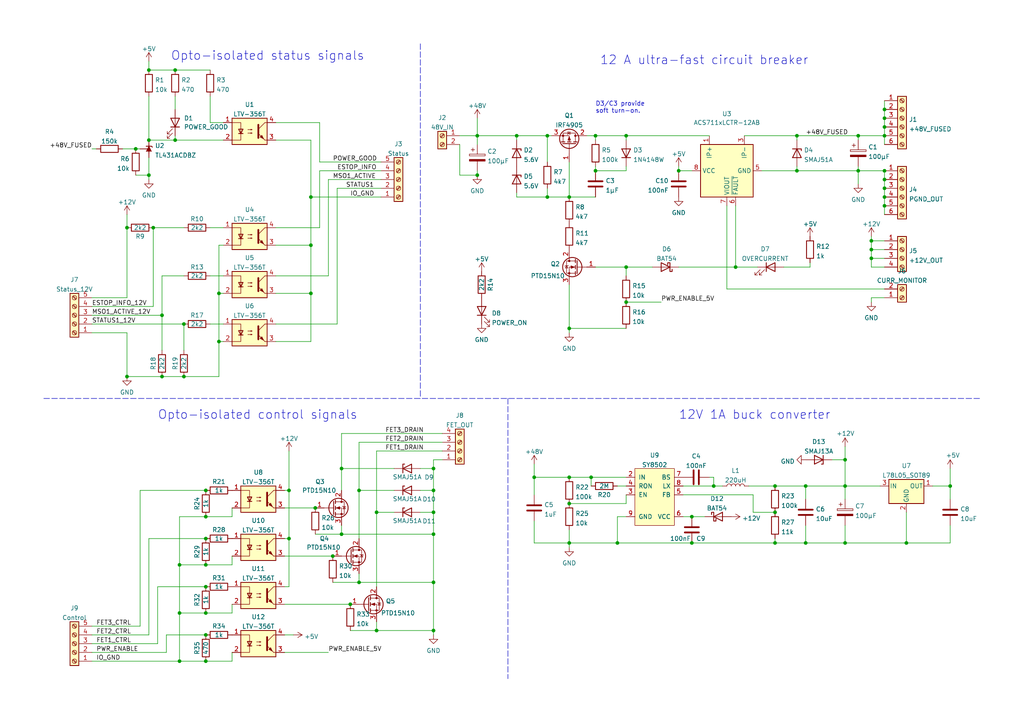
<source format=kicad_sch>
(kicad_sch (version 20211123) (generator eeschema)
  (paper "A4")
  (title_block (title "CNC2 power control board") (date "2022-01-15") (rev "1") (company "Hacklab Jyväskylä ry / Petteri Aimonen"))
  (junction (at 252.73 69.85))
  (junction (at 165.1 146.05))
  (junction (at 90.17 57.15))
  (junction (at 262.89 157.48))
  (junction (at 179.07 157.48))
  (junction (at 245.11 133.35))
  (junction (at 138.43 39.37))
  (junction (at 83.82 142.24))
  (junction (at 46.99 91.44))
  (junction (at 109.22 182.88))
  (junction (at 171.45 138.43))
  (junction (at 39.37 43.18))
  (junction (at 200.66 157.48))
  (junction (at 43.18 50.8))
  (junction (at 172.72 39.37))
  (junction (at 52.07 191.77))
  (junction (at 43.18 20.32))
  (junction (at 63.5 99.06))
  (junction (at 50.8 40.64))
  (junction (at 181.61 87.63))
  (junction (at 149.86 39.37))
  (junction (at 154.94 138.43))
  (junction (at 248.92 49.53))
  (junction (at 224.79 148.59))
  (junction (at 224.79 157.48))
  (junction (at 165.1 57.15))
  (junction (at 252.73 74.93))
  (junction (at 44.45 66.04))
  (junction (at 63.5 85.09))
  (junction (at 165.1 138.43))
  (junction (at 125.73 148.59))
  (junction (at 99.06 135.89))
  (junction (at 52.07 163.83))
  (junction (at 245.11 157.48))
  (junction (at 59.69 170.18))
  (junction (at 256.54 49.53))
  (junction (at 50.8 20.32))
  (junction (at 256.54 36.83))
  (junction (at 36.83 66.04))
  (junction (at 59.69 191.77))
  (junction (at 99.06 154.94))
  (junction (at 59.69 142.24))
  (junction (at 158.75 57.15))
  (junction (at 91.44 147.32))
  (junction (at 96.52 161.29))
  (junction (at 90.17 71.12))
  (junction (at 231.14 39.37))
  (junction (at 36.83 109.22))
  (junction (at 158.75 39.37))
  (junction (at 46.99 109.22))
  (junction (at 59.69 184.15))
  (junction (at 213.36 77.47))
  (junction (at 125.73 168.91))
  (junction (at 231.14 49.53))
  (junction (at 172.72 49.53))
  (junction (at 138.43 50.8))
  (junction (at 90.17 85.09))
  (junction (at 101.6 175.26))
  (junction (at 196.85 49.53))
  (junction (at 52.07 177.8))
  (junction (at 256.54 31.75))
  (junction (at 224.79 140.97))
  (junction (at 53.34 109.22))
  (junction (at 125.73 182.88))
  (junction (at 59.69 163.83))
  (junction (at 59.69 156.21))
  (junction (at 53.34 93.98))
  (junction (at 245.11 140.97))
  (junction (at 125.73 142.24))
  (junction (at 104.14 142.24))
  (junction (at 109.22 148.59))
  (junction (at 165.1 157.48))
  (junction (at 104.14 168.91))
  (junction (at 181.61 39.37))
  (junction (at 256.54 52.07))
  (junction (at 43.18 40.64))
  (junction (at 207.01 140.97))
  (junction (at 252.73 72.39))
  (junction (at 125.73 135.89))
  (junction (at 256.54 54.61))
  (junction (at 181.61 77.47))
  (junction (at 256.54 57.15))
  (junction (at 59.69 177.8))
  (junction (at 83.82 156.21))
  (junction (at 233.68 140.97))
  (junction (at 256.54 39.37))
  (junction (at 125.73 154.94))
  (junction (at 256.54 59.69))
  (junction (at 256.54 34.29))
  (junction (at 233.68 157.48))
  (junction (at 59.69 149.86))
  (junction (at 200.66 149.86))
  (junction (at 248.92 39.37))
  (junction (at 275.59 140.97))
  (junction (at 165.1 95.25))
  (wire (pts (xy 234.95 77.47) (xy 227.33 77.47)))
  (wire (pts (xy 234.95 76.2) (xy 234.95 77.47)))
  (wire (pts (xy 67.31 147.32) (xy 67.31 149.86)))
  (wire (pts (xy 67.31 149.86) (xy 59.69 149.86)))
  (wire (pts (xy 67.31 191.77) (xy 59.69 191.77)))
  (wire (pts (xy 125.73 184.15) (xy 125.73 182.88)))
  (wire (pts (xy 125.73 182.88) (xy 125.73 168.91)))
  (wire (pts (xy 125.73 168.91) (xy 125.73 154.94)))
  (wire (pts (xy 125.73 154.94) (xy 99.06 154.94)))
  (wire (pts (xy 36.83 96.52) (xy 36.83 109.22)))
  (wire (pts (xy 26.67 96.52) (xy 36.83 96.52)))
  (polyline (pts (xy 121.92 12.7) (xy 121.92 115.57)))
  (wire (pts (xy 172.72 48.26) (xy 172.72 49.53)))
  (wire (pts (xy 125.73 148.59) (xy 125.73 154.94)))
  (wire (pts (xy 125.73 142.24) (xy 125.73 148.59)))
  (wire (pts (xy 128.27 133.35) (xy 125.73 133.35)))
  (wire (pts (xy 125.73 133.35) (xy 125.73 135.89)))
  (wire (pts (xy 125.73 135.89) (xy 125.73 142.24)))
  (wire (pts (xy 26.67 91.44) (xy 46.99 91.44)))
  (wire (pts (xy 83.82 130.81) (xy 83.82 142.24)))
  (wire (pts (xy 83.82 142.24) (xy 82.55 142.24)))
  (wire (pts (xy 275.59 140.97) (xy 270.51 140.97)))
  (wire (pts (xy 275.59 144.78) (xy 275.59 140.97)))
  (wire (pts (xy 53.34 93.98) (xy 53.34 101.6)))
  (wire (pts (xy 46.99 80.01) (xy 53.34 80.01)))
  (wire (pts (xy 46.99 91.44) (xy 46.99 80.01)))
  (wire (pts (xy 46.99 101.6) (xy 46.99 91.44)))
  (wire (pts (xy 217.17 140.97) (xy 224.79 140.97)))
  (wire (pts (xy 256.54 54.61) (xy 256.54 57.15)))
  (wire (pts (xy 256.54 52.07) (xy 256.54 54.61)))
  (wire (pts (xy 256.54 49.53) (xy 256.54 52.07)))
  (wire (pts (xy 256.54 57.15) (xy 256.54 59.69)))
  (wire (pts (xy 256.54 59.69) (xy 256.54 62.23)))
  (wire (pts (xy 231.14 49.53) (xy 248.92 49.53)))
  (wire (pts (xy 248.92 49.53) (xy 256.54 49.53)))
  (wire (pts (xy 220.98 49.53) (xy 231.14 49.53)))
  (wire (pts (xy 60.96 93.98) (xy 64.77 93.98)))
  (wire (pts (xy 36.83 109.22) (xy 46.99 109.22)))
  (wire (pts (xy 241.3 133.35) (xy 245.11 133.35)))
  (wire (pts (xy 39.37 50.8) (xy 43.18 50.8)))
  (wire (pts (xy 63.5 85.09) (xy 64.77 85.09)))
  (wire (pts (xy 172.72 49.53) (xy 181.61 49.53)))
  (wire (pts (xy 181.61 49.53) (xy 181.61 48.26)))
  (wire (pts (xy 231.14 48.26) (xy 231.14 49.53)))
  (wire (pts (xy 109.22 170.18) (xy 109.22 148.59)))
  (wire (pts (xy 109.22 148.59) (xy 109.22 130.81)))
  (wire (pts (xy 109.22 130.81) (xy 128.27 130.81)))
  (wire (pts (xy 59.69 191.77) (xy 52.07 191.77)))
  (wire (pts (xy 233.68 157.48) (xy 245.11 157.48)))
  (wire (pts (xy 138.43 49.53) (xy 138.43 50.8)))
  (wire (pts (xy 207.01 140.97) (xy 209.55 140.97)))
  (polyline (pts (xy 147.32 115.57) (xy 147.32 196.85)))
  (wire (pts (xy 99.06 152.4) (xy 99.06 154.94)))
  (wire (pts (xy 96.52 168.91) (xy 104.14 168.91)))
  (wire (pts (xy 101.6 182.88) (xy 109.22 182.88)))
  (wire (pts (xy 245.11 157.48) (xy 245.11 152.4)))
  (wire (pts (xy 90.17 57.15) (xy 90.17 71.12)))
  (wire (pts (xy 90.17 71.12) (xy 90.17 85.09)))
  (wire (pts (xy 90.17 85.09) (xy 90.17 99.06)))
  (wire (pts (xy 90.17 99.06) (xy 80.01 99.06)))
  (wire (pts (xy 154.94 138.43) (xy 165.1 138.43)))
  (wire (pts (xy 165.1 138.43) (xy 171.45 138.43)))
  (wire (pts (xy 171.45 138.43) (xy 181.61 138.43)))
  (wire (pts (xy 181.61 77.47) (xy 189.23 77.47)))
  (wire (pts (xy 50.8 31.75) (xy 50.8 27.94)))
  (wire (pts (xy 154.94 138.43) (xy 154.94 143.51)))
  (wire (pts (xy 154.94 134.62) (xy 154.94 138.43)))
  (wire (pts (xy 104.14 168.91) (xy 125.73 168.91)))
  (wire (pts (xy 133.35 50.8) (xy 138.43 50.8)))
  (wire (pts (xy 133.35 41.91) (xy 133.35 50.8)))
  (wire (pts (xy 44.45 88.9) (xy 44.45 66.04)))
  (wire (pts (xy 26.67 88.9) (xy 44.45 88.9)))
  (wire (pts (xy 97.79 54.61) (xy 110.49 54.61)))
  (wire (pts (xy 97.79 93.98) (xy 97.79 54.61)))
  (wire (pts (xy 80.01 93.98) (xy 97.79 93.98)))
  (wire (pts (xy 252.73 72.39) (xy 256.54 72.39)))
  (wire (pts (xy 109.22 180.34) (xy 109.22 182.88)))
  (wire (pts (xy 158.75 57.15) (xy 158.75 54.61)))
  (wire (pts (xy 165.1 57.15) (xy 158.75 57.15)))
  (wire (pts (xy 82.55 161.29) (xy 96.52 161.29)))
  (wire (pts (xy 63.5 71.12) (xy 63.5 85.09)))
  (wire (pts (xy 63.5 85.09) (xy 63.5 99.06)))
  (wire (pts (xy 63.5 99.06) (xy 63.5 109.22)))
  (wire (pts (xy 63.5 109.22) (xy 53.34 109.22)))
  (wire (pts (xy 53.34 109.22) (xy 46.99 109.22)))
  (wire (pts (xy 170.18 39.37) (xy 172.72 39.37)))
  (wire (pts (xy 181.61 39.37) (xy 205.74 39.37)))
  (wire (pts (xy 172.72 39.37) (xy 181.61 39.37)))
  (wire (pts (xy 252.73 69.85) (xy 256.54 69.85)))
  (wire (pts (xy 63.5 71.12) (xy 64.77 71.12)))
  (wire (pts (xy 233.68 140.97) (xy 233.68 144.78)))
  (wire (pts (xy 82.55 184.15) (xy 85.09 184.15)))
  (wire (pts (xy 210.82 83.82) (xy 210.82 59.69)))
  (wire (pts (xy 256.54 83.82) (xy 210.82 83.82)))
  (wire (pts (xy 50.8 20.32) (xy 60.96 20.32)))
  (wire (pts (xy 200.66 157.48) (xy 224.79 157.48)))
  (wire (pts (xy 224.79 157.48) (xy 224.79 156.21)))
  (wire (pts (xy 165.1 157.48) (xy 179.07 157.48)))
  (wire (pts (xy 165.1 153.67) (xy 165.1 157.48)))
  (wire (pts (xy 179.07 157.48) (xy 200.66 157.48)))
  (wire (pts (xy 165.1 157.48) (xy 165.1 158.75)))
  (wire (pts (xy 26.67 43.18) (xy 27.94 43.18)))
  (wire (pts (xy 59.69 177.8) (xy 52.07 177.8)))
  (wire (pts (xy 52.07 163.83) (xy 52.07 149.86)))
  (wire (pts (xy 52.07 177.8) (xy 52.07 163.83)))
  (wire (pts (xy 52.07 149.86) (xy 59.69 149.86)))
  (wire (pts (xy 60.96 66.04) (xy 64.77 66.04)))
  (wire (pts (xy 26.67 181.61) (xy 40.64 181.61)))
  (wire (pts (xy 40.64 181.61) (xy 40.64 142.24)))
  (wire (pts (xy 40.64 142.24) (xy 59.69 142.24)))
  (wire (pts (xy 43.18 27.94) (xy 43.18 40.64)))
  (wire (pts (xy 99.06 135.89) (xy 114.3 135.89)))
  (wire (pts (xy 63.5 99.06) (xy 64.77 99.06)))
  (wire (pts (xy 35.56 43.18) (xy 39.37 43.18)))
  (wire (pts (xy 39.37 43.18) (xy 40.64 43.18)))
  (wire (pts (xy 48.26 189.23) (xy 26.67 189.23)))
  (wire (pts (xy 59.69 184.15) (xy 48.26 184.15)))
  (wire (pts (xy 48.26 184.15) (xy 48.26 189.23)))
  (wire (pts (xy 80.01 40.64) (xy 90.17 40.64)))
  (wire (pts (xy 80.01 71.12) (xy 90.17 71.12)))
  (wire (pts (xy 104.14 166.37) (xy 104.14 168.91)))
  (wire (pts (xy 52.07 177.8) (xy 52.07 191.77)))
  (wire (pts (xy 99.06 135.89) (xy 99.06 125.73)))
  (wire (pts (xy 99.06 142.24) (xy 99.06 135.89)))
  (wire (pts (xy 138.43 39.37) (xy 133.35 39.37)))
  (wire (pts (xy 138.43 41.91) (xy 138.43 39.37)))
  (wire (pts (xy 104.14 142.24) (xy 114.3 142.24)))
  (wire (pts (xy 99.06 125.73) (xy 128.27 125.73)))
  (wire (pts (xy 110.49 57.15) (xy 90.17 57.15)))
  (wire (pts (xy 90.17 40.64) (xy 90.17 57.15)))
  (wire (pts (xy 262.89 148.59) (xy 262.89 157.48)))
  (wire (pts (xy 149.86 57.15) (xy 149.86 55.88)))
  (wire (pts (xy 158.75 57.15) (xy 149.86 57.15)))
  (wire (pts (xy 200.66 149.86) (xy 204.47 149.86)))
  (wire (pts (xy 198.12 149.86) (xy 200.66 149.86)))
  (wire (pts (xy 245.11 140.97) (xy 255.27 140.97)))
  (wire (pts (xy 104.14 156.21) (xy 104.14 142.24)))
  (wire (pts (xy 104.14 142.24) (xy 104.14 128.27)))
  (wire (pts (xy 80.01 85.09) (xy 90.17 85.09)))
  (wire (pts (xy 181.61 87.63) (xy 191.77 87.63)))
  (wire (pts (xy 171.45 138.43) (xy 171.45 140.97)))
  (wire (pts (xy 224.79 148.59) (xy 218.44 148.59)))
  (wire (pts (xy 218.44 148.59) (xy 218.44 143.51)))
  (wire (pts (xy 218.44 143.51) (xy 198.12 143.51)))
  (wire (pts (xy 172.72 39.37) (xy 172.72 40.64)))
  (wire (pts (xy 60.96 27.94) (xy 60.96 35.56)))
  (wire (pts (xy 60.96 35.56) (xy 64.77 35.56)))
  (wire (pts (xy 179.07 149.86) (xy 179.07 157.48)))
  (wire (pts (xy 181.61 149.86) (xy 179.07 149.86)))
  (wire (pts (xy 44.45 66.04) (xy 53.34 66.04)))
  (wire (pts (xy 196.85 77.47) (xy 213.36 77.47)))
  (wire (pts (xy 26.67 93.98) (xy 53.34 93.98)))
  (wire (pts (xy 26.67 191.77) (xy 52.07 191.77)))
  (wire (pts (xy 52.07 163.83) (xy 59.69 163.83)))
  (wire (pts (xy 158.75 39.37) (xy 158.75 46.99)))
  (wire (pts (xy 82.55 189.23) (xy 95.25 189.23)))
  (wire (pts (xy 50.8 39.37) (xy 50.8 40.64)))
  (wire (pts (xy 233.68 140.97) (xy 245.11 140.97)))
  (wire (pts (xy 224.79 140.97) (xy 233.68 140.97)))
  (wire (pts (xy 165.1 95.25) (xy 165.1 96.52)))
  (wire (pts (xy 165.1 82.55) (xy 165.1 95.25)))
  (wire (pts (xy 36.83 86.36) (xy 36.83 66.04)))
  (wire (pts (xy 36.83 66.04) (xy 36.83 62.23)))
  (wire (pts (xy 26.67 86.36) (xy 36.83 86.36)))
  (wire (pts (xy 91.44 154.94) (xy 99.06 154.94)))
  (wire (pts (xy 256.54 39.37) (xy 256.54 41.91)))
  (wire (pts (xy 256.54 34.29) (xy 256.54 36.83)))
  (wire (pts (xy 256.54 36.83) (xy 256.54 39.37)))
  (wire (pts (xy 256.54 31.75) (xy 256.54 34.29)))
  (wire (pts (xy 256.54 29.21) (xy 256.54 31.75)))
  (wire (pts (xy 245.11 144.78) (xy 245.11 140.97)))
  (wire (pts (xy 43.18 50.8) (xy 43.18 52.07)))
  (wire (pts (xy 43.18 45.72) (xy 43.18 50.8)))
  (wire (pts (xy 60.96 80.01) (xy 64.77 80.01)))
  (wire (pts (xy 95.25 80.01) (xy 95.25 52.07)))
  (wire (pts (xy 80.01 80.01) (xy 95.25 80.01)))
  (wire (pts (xy 95.25 52.07) (xy 110.49 52.07)))
  (wire (pts (xy 172.72 77.47) (xy 181.61 77.47)))
  (wire (pts (xy 138.43 39.37) (xy 149.86 39.37)))
  (wire (pts (xy 158.75 39.37) (xy 160.02 39.37)))
  (wire (pts (xy 149.86 39.37) (xy 158.75 39.37)))
  (wire (pts (xy 149.86 39.37) (xy 149.86 40.64)))
  (wire (pts (xy 181.61 77.47) (xy 181.61 80.01)))
  (wire (pts (xy 165.1 157.48) (xy 154.94 157.48)))
  (wire (pts (xy 154.94 157.48) (xy 154.94 151.13)))
  (wire (pts (xy 224.79 157.48) (xy 233.68 157.48)))
  (wire (pts (xy 231.14 39.37) (xy 248.92 39.37)))
  (wire (pts (xy 248.92 39.37) (xy 256.54 39.37)))
  (wire (pts (xy 215.9 39.37) (xy 231.14 39.37)))
  (polyline (pts (xy 12.7 115.57) (xy 284.48 115.57)))
  (wire (pts (xy 43.18 20.32) (xy 50.8 20.32)))
  (wire (pts (xy 245.11 129.54) (xy 245.11 133.35)))
  (wire (pts (xy 109.22 148.59) (xy 114.3 148.59)))
  (wire (pts (xy 179.07 140.97) (xy 181.61 140.97)))
  (wire (pts (xy 165.1 95.25) (xy 181.61 95.25)))
  (wire (pts (xy 43.18 184.15) (xy 26.67 184.15)))
  (wire (pts (xy 43.18 156.21) (xy 43.18 184.15)))
  (wire (pts (xy 59.69 156.21) (xy 43.18 156.21)))
  (wire (pts (xy 213.36 77.47) (xy 219.71 77.47)))
  (wire (pts (xy 121.92 135.89) (xy 125.73 135.89)))
  (wire (pts (xy 83.82 156.21) (xy 82.55 156.21)))
  (wire (pts (xy 83.82 142.24) (xy 83.82 156.21)))
  (wire (pts (xy 181.61 39.37) (xy 181.61 40.64)))
  (wire (pts (xy 248.92 39.37) (xy 248.92 40.64)))
  (wire (pts (xy 198.12 140.97) (xy 207.01 140.97)))
  (wire (pts (xy 207.01 138.43) (xy 205.74 138.43)))
  (wire (pts (xy 207.01 140.97) (xy 207.01 138.43)))
  (wire (pts (xy 231.14 39.37) (xy 231.14 40.64)))
  (wire (pts (xy 245.11 133.35) (xy 245.11 140.97)))
  (wire (pts (xy 67.31 177.8) (xy 59.69 177.8)))
  (wire (pts (xy 67.31 175.26) (xy 67.31 177.8)))
  (wire (pts (xy 92.71 35.56) (xy 80.01 35.56)))
  (wire (pts (xy 92.71 46.99) (xy 92.71 35.56)))
  (wire (pts (xy 110.49 46.99) (xy 92.71 46.99)))
  (wire (pts (xy 67.31 189.23) (xy 67.31 191.77)))
  (wire (pts (xy 252.73 74.93) (xy 256.54 74.93)))
  (wire (pts (xy 262.89 157.48) (xy 245.11 157.48)))
  (wire (pts (xy 275.59 157.48) (xy 262.89 157.48)))
  (wire (pts (xy 275.59 152.4) (xy 275.59 157.48)))
  (wire (pts (xy 50.8 40.64) (xy 64.77 40.64)))
  (wire (pts (xy 43.18 40.64) (xy 50.8 40.64)))
  (wire (pts (xy 121.92 142.24) (xy 125.73 142.24)))
  (wire (pts (xy 121.92 148.59) (xy 125.73 148.59)))
  (wire (pts (xy 196.85 49.53) (xy 196.85 48.26)))
  (wire (pts (xy 200.66 49.53) (xy 196.85 49.53)))
  (wire (pts (xy 248.92 48.26) (xy 248.92 49.53)))
  (wire (pts (xy 92.71 49.53) (xy 110.49 49.53)))
  (wire (pts (xy 92.71 66.04) (xy 92.71 49.53)))
  (wire (pts (xy 80.01 66.04) (xy 92.71 66.04)))
  (wire (pts (xy 165.1 146.05) (xy 181.61 146.05)))
  (wire (pts (xy 181.61 146.05) (xy 181.61 143.51)))
  (wire (pts (xy 138.43 34.29) (xy 138.43 39.37)))
  (wire (pts (xy 82.55 147.32) (xy 91.44 147.32)))
  (wire (pts (xy 43.18 17.78) (xy 43.18 20.32)))
  (wire (pts (xy 104.14 128.27) (xy 128.27 128.27)))
  (wire (pts (xy 172.72 57.15) (xy 165.1 57.15)))
  (wire (pts (xy 165.1 46.99) (xy 165.1 57.15)))
  (wire (pts (xy 82.55 175.26) (xy 101.6 175.26)))
  (wire (pts (xy 83.82 156.21) (xy 83.82 170.18)))
  (wire (pts (xy 83.82 170.18) (xy 82.55 170.18)))
  (wire (pts (xy 26.67 186.69) (xy 45.72 186.69)))
  (wire (pts (xy 45.72 170.18) (xy 59.69 170.18)))
  (wire (pts (xy 45.72 186.69) (xy 45.72 170.18)))
  (wire (pts (xy 252.73 77.47) (xy 256.54 77.47)))
  (wire (pts (xy 252.73 72.39) (xy 252.73 74.93)))
  (wire (pts (xy 252.73 69.85) (xy 252.73 72.39)))
  (wire (pts (xy 252.73 68.58) (xy 252.73 69.85)))
  (wire (pts (xy 252.73 74.93) (xy 252.73 77.47)))
  (wire (pts (xy 213.36 77.47) (xy 213.36 59.69)))
  (wire (pts (xy 248.92 49.53) (xy 248.92 53.34)))
  (wire (pts (xy 252.73 86.36) (xy 256.54 86.36)))
  (wire (pts (xy 252.73 87.63) (xy 252.73 86.36)))
  (wire (pts (xy 233.68 152.4) (xy 233.68 157.48)))
  (wire (pts (xy 109.22 182.88) (xy 125.73 182.88)))
  (wire (pts (xy 275.59 135.89) (xy 275.59 140.97)))
  (wire (pts (xy 67.31 163.83) (xy 59.69 163.83)))
  (wire (pts (xy 67.31 161.29) (xy 67.31 163.83)))
  (text "Opto-isolated control signals" (at 45.72 121.92 0) (effects (font (size 2.54 2.54)) (justify left bottom)))
  (text "12V 1A buck converter" (at 196.85 121.92 0) (effects (font (size 2.54 2.54)) (justify left bottom)))
  (text "12 A ultra-fast circuit breaker" (at 173.99 19.05 0) (effects (font (size 2.54 2.54)) (justify left bottom)))
  (text "D3/C3 provide\nsoft turn-on." (at 172.72 33.02 0) (effects (font (size 1.27 1.27)) (justify left bottom)))
  (text "Opto-isolated status signals" (at 49.53 17.78 0) (effects (font (size 2.54 2.54)) (justify left bottom)))
  (label "PWR_ENABLE_5V" (at 191.77 87.63 0))
  (label "IO_GND" (at 27.94 191.77 0))
  (label "ESTOP_INFO_12V" (at 26.67 88.9 0))
  (label "FET1_DRAIN" (at 111.76 130.81 0))
  (label "FET3_CTRL" (at 27.94 181.61 0))
  (label "MSO1_ACTIVE" (at 96.52 52.07 0))
  (label "+48V_FUSED" (at 26.67 43.18 180))
  (label "MSO1_ACTIVE_12V" (at 26.67 91.44 0))
  (label "FET2_CTRL" (at 27.94 184.15 0))
  (label "STATUS1" (at 100.33 54.61 0))
  (label "FET3_DRAIN" (at 111.76 125.73 0))
  (label "PWR_ENABLE" (at 27.94 189.23 0))
  (label "FET2_DRAIN" (at 111.76 128.27 0))
  (label "STATUS1_12V" (at 26.67 93.98 0))
  (label "FET1_CTRL" (at 27.94 186.69 0))
  (label "POWER_GOOD" (at 96.52 46.99 0))
  (label "+48V_FUSED" (at 233.68 39.37 0))
  (label "ESTOP_INFO" (at 97.79 49.53 0))
  (label "PWR_ENABLE_5V" (at 95.25 189.23 0))
  (label "IO_GND" (at 101.6 57.15 0))
  (symbol (lib_id "power:+5V") (at 234.95 68.58 0) (unit 1)
    (property "Reference" "#PWR08" (effects hide))
    (property "Value" "+5V" (at 234.95 64.9755 0))
  )
  (symbol (lib_id "Device:R") (at 158.75 50.8 0) (unit 1)
    (property "Reference" "R7" (at 160.528 49.8915 0) (effects (justify left)))
    (property "Value" "4k7" (at 160.528 52.6666 0) (effects (justify left)))
    (property "Footprint" "Resistor_SMD:R_0603_1608Metric" (effects hide))
  )
  (symbol (lib_id "power:+12V") (at 83.82 130.81 0) (unit 1)
    (property "Reference" "#PWR015" (effects hide))
    (property "Value" "+12V" (at 83.82 127.2055 0))
  )
  (symbol (lib_id "power:GND") (at 43.18 52.07 0) (unit 1)
    (property "Reference" "#PWR05" (effects hide))
    (property "Value" "GND" (at 43.18 56.6325 0))
  )
  (symbol (lib_id "Device:LED") (at 223.52 77.47 0) (unit 1)
    (property "Reference" "D7" (at 221.9325 72.2335 0))
    (property "Value" "OVERCURRENT" (at 221.9325 75.0086 0))
    (property "Footprint" "LED_THT:LED_D3.0mm" (effects hide))
  )
  (symbol (lib_id "Device:R") (at 63.5 156.21 90) (unit 1)
    (property "Reference" "R28" (at 63.5 153.67 90))
    (property "Value" "1k" (at 63.5 156.21 90))
    (property "Footprint" "Resistor_SMD:R_0603_1608Metric" (effects hide))
  )
  (symbol (lib_id "Device:R") (at 57.15 80.01 90) (unit 1)
    (property "Reference" "R13" (at 57.15 77.47 90))
    (property "Value" "2k2" (at 57.15 80.01 90))
    (property "Footprint" "Resistor_SMD:R_0603_1608Metric" (effects hide))
  )
  (symbol (lib_id "Connector:Screw_Terminal_01x02") (at 261.62 86.36 0) (mirror x) (unit 1)
    (property "Reference" "J6" (at 261.62 78.5835 0))
    (property "Value" "CURR_MONITOR" (at 261.62 81.3586 0))
    (property "Footprint" "TerminalBlock_Phoenix:TerminalBlock_Phoenix_MKDS-1,5-2_1x02_P5.00mm_Horizontal" (effects hide))
  )
  (symbol (lib_id "Device:C_Polarized") (at 138.43 45.72 0) (unit 1)
    (property "Reference" "C2" (at 141.351 43.9225 0) (effects (justify left)))
    (property "Value" "100µF" (at 141.351 46.6976 0) (effects (justify left)))
    (property "Footprint" "Capacitor_THT:CP_Radial_D10.0mm_P5.00mm" (effects hide))
  )
  (symbol (lib_id "Device:R") (at 165.1 68.58 0) (unit 1)
    (property "Reference" "R11" (at 166.878 67.6715 0) (effects (justify left)))
    (property "Value" "4k7" (at 166.878 70.4466 0) (effects (justify left)))
    (property "Footprint" "Resistor_SMD:R_0603_1608Metric" (effects hide))
  )
  (symbol (lib_id "Connector:Screw_Terminal_01x04") (at 261.62 72.39 0) (unit 1)
    (property "Reference" "J5" (at 263.652 72.7515 0) (effects (justify left)))
    (property "Value" "+12V_OUT" (at 263.652 75.5266 0) (effects (justify left)))
    (property "Footprint" "TerminalBlock_Phoenix:TerminalBlock_Phoenix_MKDS-1,5-4_1x04_P5.00mm_Horizontal" (effects hide))
  )
  (symbol (lib_id "Device:C") (at 200.66 153.67 0) (unit 1)
    (property "Reference" "C9" (at 201.93 156.21 0) (effects (justify left)))
    (property "Value" "100nF" (at 194.31 156.21 0) (effects (justify left)))
    (property "Footprint" "Capacitor_SMD:C_0603_1608Metric" (effects hide))
  )
  (symbol (lib_id "Device:D_Schottky") (at 193.04 77.47 180) (unit 1)
    (property "Reference" "D6" (at 193.3575 72.2335 0))
    (property "Value" "BAT54" (at 193.3575 75.0086 0))
    (property "Footprint" "Diode_SMD:D_SOD-123" (effects hide))
  )
  (symbol (lib_id "Device:R") (at 39.37 46.99 0) (mirror y) (unit 1)
    (property "Reference" "R6" (at 37.5921 46.0815 0) (effects (justify left)))
    (property "Value" "10k" (at 37.5921 48.8566 0) (effects (justify left)))
    (property "Footprint" "Resistor_SMD:R_0603_1608Metric" (effects hide))
  )
  (symbol (lib_id "Device:R") (at 165.1 142.24 0) (unit 1)
    (property "Reference" "R22" (at 166.878 141.3315 0) (effects (justify left)))
    (property "Value" "100k" (at 166.878 144.1066 0) (effects (justify left)))
    (property "Footprint" "Resistor_SMD:R_0603_1608Metric" (effects hide))
  )
  (symbol (lib_id "Device:R") (at 224.79 144.78 0) (unit 1)
    (property "Reference" "R23" (at 226.568 143.8715 0) (effects (justify left)))
    (property "Value" "100k" (at 226.568 146.6466 0) (effects (justify left)))
    (property "Footprint" "Resistor_SMD:R_0603_1608Metric" (effects hide))
  )
  (symbol (lib_id "Device:D_Zener") (at 149.86 52.07 270) (unit 1)
    (property "Reference" "D5" (at 151.892 51.1615 90) (effects (justify left)))
    (property "Value" "5.6V" (at 151.892 53.9366 90) (effects (justify left)))
    (property "Footprint" "Diode_SMD:D_SOD-123" (effects hide))
  )
  (symbol (lib_id "power_control_pcb:SY8502") (at 190.5 147.32 0) (unit 1)
    (property "Reference" "U9" (at 189.865 132.0505 0))
    (property "Value" "SY8502" (at 189.865 134.8256 0))
    (property "Footprint" "Package_SO:SOIC-8-1EP_3.9x4.9mm_P1.27mm_EP2.29x3mm" (effects hide))
  )
  (symbol (lib_id "Reference_Voltage:TL431DBZ") (at 43.18 43.18 90) (unit 1)
    (property "Reference" "U2" (at 44.958 42.2715 90) (effects (justify right)))
    (property "Value" "TL431ACDBZ" (at 44.958 45.0466 90) (effects (justify right)))
    (property "Footprint" "Package_TO_SOT_SMD:SOT-23" (effects hide))
    (property "Datasheet" "http://www.ti.com/lit/ds/symlink/tl431.pdf" (effects hide))
  )
  (symbol (lib_id "Transistor_FET:QM6006D") (at 101.6 161.29 0) (unit 1)
    (property "Reference" "Q4" (at 92.71 156.21 0) (effects (justify left)))
    (property "Value" " PTD15N10" (at 88.9 158.75 0) (effects (justify left)))
    (property "Footprint" "Package_TO_SOT_SMD:TO-252-2" (effects hide))
    (property "Datasheet" "http://www.jaolen.com/images/pdf/QM6006D.pdf" (effects hide))
  )
  (symbol (lib_id "Device:C") (at 201.93 138.43 90) (unit 1)
    (property "Reference" "C4" (at 201.93 132.3045 90))
    (property "Value" "100nF" (at 201.93 135.0796 90))
    (property "Footprint" "Capacitor_SMD:C_0603_1608Metric" (effects hide))
  )
  (symbol (lib_id "Connector:Screw_Terminal_01x06") (at 261.62 34.29 0) (unit 1)
    (property "Reference" "J1" (at 263.652 34.6515 0) (effects (justify left)))
    (property "Value" "+48V_FUSED" (at 263.652 37.4266 0) (effects (justify left)))
    (property "Footprint" "TerminalBlock_Phoenix:TerminalBlock_Phoenix_MKDS-1,5-6_1x06_P5.00mm_Horizontal" (effects hide))
  )
  (symbol (lib_id "Device:R") (at 50.8 24.13 180) (unit 1)
    (property "Reference" "R2" (at 52.578 23.2215 0) (effects (justify right)))
    (property "Value" "470" (at 52.578 25.9966 0) (effects (justify right)))
    (property "Footprint" "Resistor_SMD:R_0603_1608Metric" (effects hide))
  )
  (symbol (lib_id "Device:R") (at 234.95 72.39 0) (unit 1)
    (property "Reference" "R12" (at 236.728 71.4815 0) (effects (justify left)))
    (property "Value" "1k" (at 236.728 74.2566 0) (effects (justify left)))
    (property "Footprint" "Resistor_SMD:R_0603_1608Metric" (effects hide))
  )
  (symbol (lib_id "Device:C_Polarized") (at 248.92 44.45 0) (unit 1)
    (property "Reference" "C1" (at 251.841 42.6525 0) (effects (justify left)))
    (property "Value" "100µF" (at 251.841 45.4276 0) (effects (justify left)))
    (property "Footprint" "Capacitor_THT:CP_Radial_D10.0mm_P5.00mm" (effects hide))
  )
  (symbol (lib_id "Device:R") (at 59.69 146.05 180) (unit 1)
    (property "Reference" "R24" (at 57.15 146.05 90))
    (property "Value" "1k" (at 59.69 146.05 90))
    (property "Footprint" "Resistor_SMD:R_0603_1608Metric" (effects hide))
  )
  (symbol (lib_id "Connector:Screw_Terminal_01x04") (at 133.35 130.81 0) (mirror x) (unit 1)
    (property "Reference" "J8" (at 133.35 120.4935 0))
    (property "Value" "FET_OUT" (at 133.35 123.2686 0))
    (property "Footprint" "TerminalBlock_Phoenix:TerminalBlock_Phoenix_MKDS-1,5-4_1x04_P5.00mm_Horizontal" (effects hide))
  )
  (symbol (lib_id "power:+5V") (at 196.85 48.26 0) (unit 1)
    (property "Reference" "#PWR03" (effects hide))
    (property "Value" "+5V" (at 196.85 44.6555 0))
  )
  (symbol (lib_id "Isolator:LTV-356T") (at 72.39 68.58 0) (unit 1)
    (property "Reference" "U4" (at 72.39 60.8035 0))
    (property "Value" "LTV-356T" (at 72.39 63.5786 0))
    (property "Footprint" "Package_SO:SO-4_4.4x3.6mm_P2.54mm" (effects hide))
    (property "Datasheet" "http://optoelectronics.liteon.com/upload/download/DS70-2001-010/S_110_LTV-356T%2020140520.pdf" (effects hide))
  )
  (symbol (lib_id "Transistor_FET:QM6006D") (at 96.52 147.32 0) (unit 1)
    (property "Reference" "Q3" (at 91.44 139.7 0) (effects (justify left)))
    (property "Value" " PTD15N10" (at 87.63 142.24 0) (effects (justify left)))
    (property "Footprint" "Package_TO_SOT_SMD:TO-252-2" (effects hide))
    (property "Datasheet" "http://www.jaolen.com/images/pdf/QM6006D.pdf" (effects hide))
  )
  (symbol (lib_id "Device:D_Zener") (at 231.14 44.45 270) (unit 1)
    (property "Reference" "D4" (at 233.172 43.5415 90) (effects (justify left)))
    (property "Value" "SMAJ51A" (at 233.172 46.3166 90) (effects (justify left)))
    (property "Footprint" "Diode_SMD:D_SMA" (effects hide))
  )
  (symbol (lib_id "Isolator:LTV-356T") (at 72.39 38.1 0) (unit 1)
    (property "Reference" "U1" (at 72.39 30.3235 0))
    (property "Value" "LTV-356T" (at 72.39 33.0986 0))
    (property "Footprint" "Package_SO:SO-4_4.4x3.6mm_P2.54mm" (effects hide))
    (property "Datasheet" "http://optoelectronics.liteon.com/upload/download/DS70-2001-010/S_110_LTV-356T%2020140520.pdf" (effects hide))
  )
  (symbol (lib_id "Device:C") (at 196.85 53.34 0) (unit 1)
    (property "Reference" "C10" (at 193.929 52.4315 0) (effects (justify right)))
    (property "Value" "100nF" (at 193.929 55.2066 0) (effects (justify right)))
    (property "Footprint" "Capacitor_SMD:C_0603_1608Metric" (effects hide))
  )
  (symbol (lib_id "Device:D_Schottky") (at 208.28 149.86 0) (unit 1)
    (property "Reference" "D12" (at 207.9625 144.6235 0))
    (property "Value" "BAT54" (at 207.9625 147.3986 0))
    (property "Footprint" "Diode_SMD:D_SOD-123" (effects hide))
  )
  (symbol (lib_id "Diode:1N4148W") (at 181.61 44.45 90) (unit 1)
    (property "Reference" "D3" (at 183.642 43.5415 90) (effects (justify right)))
    (property "Value" "1N4148W" (at 183.642 46.3166 90) (effects (justify right)))
    (property "Footprint" "Diode_SMD:D_SOD-123" (effects hide))
    (property "Datasheet" "https://www.vishay.com/docs/85748/1n4148w.pdf" (effects hide))
  )
  (symbol (lib_id "Device:R") (at 91.44 151.13 0) (unit 1)
    (property "Reference" "R26" (at 93.218 150.2215 0) (effects (justify left)))
    (property "Value" "10k" (at 93.218 152.9966 0) (effects (justify left)))
    (property "Footprint" "Resistor_SMD:R_0603_1608Metric" (effects hide))
  )
  (symbol (lib_id "power:GND") (at 233.68 133.35 270) (unit 1)
    (property "Reference" "#PWR023" (effects hide))
    (property "Value" "GND" (at 230.5051 133.829 90) (effects (justify right)))
  )
  (symbol (lib_id "Device:R") (at 224.79 152.4 0) (unit 1)
    (property "Reference" "R27" (at 226.568 151.4915 0) (effects (justify left)))
    (property "Value" "11k" (at 226.568 154.2666 0) (effects (justify left)))
    (property "Footprint" "Resistor_SMD:R_0603_1608Metric" (effects hide))
  )
  (symbol (lib_id "Device:R") (at 59.69 187.96 180) (unit 1)
    (property "Reference" "R35" (at 57.15 187.96 90))
    (property "Value" "470" (at 59.69 187.96 90))
    (property "Footprint" "Resistor_SMD:R_0603_1608Metric" (effects hide))
  )
  (symbol (lib_id "Device:R") (at 63.5 142.24 90) (unit 1)
    (property "Reference" "R21" (at 63.5 139.7 90))
    (property "Value" "1k" (at 63.5 142.24 90))
    (property "Footprint" "Resistor_SMD:R_0603_1608Metric" (effects hide))
  )
  (symbol (lib_id "Device:R") (at 63.5 184.15 90) (unit 1)
    (property "Reference" "R34" (at 63.5 181.61 90))
    (property "Value" "1k" (at 63.5 184.15 90))
    (property "Footprint" "Resistor_SMD:R_0603_1608Metric" (effects hide))
  )
  (symbol (lib_id "Device:C") (at 154.94 147.32 0) (unit 1)
    (property "Reference" "C5" (at 157.861 146.4115 0) (effects (justify left)))
    (property "Value" "1uF" (at 157.861 149.1866 0) (effects (justify left)))
    (property "Footprint" "Capacitor_SMD:C_1210_3225Metric" (effects hide))
  )
  (symbol (lib_id "Device:R") (at 181.61 91.44 180) (unit 1)
    (property "Reference" "R16" (at 183.388 90.5315 0) (effects (justify right)))
    (property "Value" "10k" (at 183.388 93.3066 0) (effects (justify right)))
    (property "Footprint" "Resistor_SMD:R_0603_1608Metric" (effects hide))
  )
  (symbol (lib_id "Device:R") (at 172.72 44.45 0) (unit 1)
    (property "Reference" "R5" (at 174.498 43.5415 0) (effects (justify left)))
    (property "Value" "100k" (at 174.498 46.3166 0) (effects (justify left)))
    (property "Footprint" "Resistor_SMD:R_0603_1608Metric" (effects hide))
  )
  (symbol (lib_id "Regulator_Linear:L78L05_SOT89") (at 262.89 140.97 0) (unit 1)
    (property "Reference" "U7" (at 262.89 135.0985 0))
    (property "Value" "L78L05_SOT89" (at 262.89 137.8736 0))
    (property "Footprint" "Package_TO_SOT_SMD:SOT-89-3" (effects hide))
    (property "Datasheet" "http://www.st.com/content/ccc/resource/technical/document/datasheet/15/55/e5/aa/23/5b/43/fd/CD00000446.pdf/files/CD00000446.pdf/jcr:content/translations/en.CD00000446.pdf" (effects hide))
  )
  (symbol (lib_id "Device:D_Zener") (at 118.11 148.59 0) (unit 1)
    (property "Reference" "D11" (at 124.46 151.13 0))
    (property "Value" "SMAJ51A" (at 118.11 151.0514 0))
    (property "Footprint" "Diode_SMD:D_SMA" (effects hide))
  )
  (symbol (lib_id "Device:C") (at 275.59 148.59 0) (unit 1)
    (property "Reference" "C8" (at 278.511 147.6815 0) (effects (justify left)))
    (property "Value" "10uF" (at 278.511 150.4566 0) (effects (justify left)))
    (property "Footprint" "Capacitor_SMD:C_0805_2012Metric" (effects hide))
  )
  (symbol (lib_id "Device:D_Zener") (at 149.86 44.45 270) (unit 1)
    (property "Reference" "D2" (at 151.892 43.5415 90) (effects (justify left)))
    (property "Value" "5.6V" (at 151.892 46.3166 90) (effects (justify left)))
    (property "Footprint" "Diode_SMD:D_SOD-123" (effects hide))
  )
  (symbol (lib_id "Device:R") (at 63.5 170.18 90) (unit 1)
    (property "Reference" "R31" (at 63.5 167.64 90))
    (property "Value" "1k" (at 63.5 170.18 90))
    (property "Footprint" "Resistor_SMD:R_0603_1608Metric" (effects hide))
  )
  (symbol (lib_id "Isolator:LTV-356T") (at 72.39 96.52 0) (unit 1)
    (property "Reference" "U6" (at 72.39 88.7435 0))
    (property "Value" "LTV-356T" (at 72.39 91.5186 0))
    (property "Footprint" "Package_SO:SO-4_4.4x3.6mm_P2.54mm" (effects hide))
    (property "Datasheet" "http://optoelectronics.liteon.com/upload/download/DS70-2001-010/S_110_LTV-356T%2020140520.pdf" (effects hide))
  )
  (symbol (lib_id "Device:R") (at 59.69 160.02 180) (unit 1)
    (property "Reference" "R29" (at 57.15 160.02 90))
    (property "Value" "1k" (at 59.69 160.02 90))
    (property "Footprint" "Resistor_SMD:R_0603_1608Metric" (effects hide))
  )
  (symbol (lib_id "Device:LED") (at 139.7 90.17 90) (unit 1)
    (property "Reference" "D8" (at 142.621 90.849 90) (effects (justify right)))
    (property "Value" "POWER_ON" (at 142.621 93.6241 90) (effects (justify right)))
    (property "Footprint" "LED_THT:LED_D3.0mm" (effects hide))
  )
  (symbol (lib_id "Connector:Screw_Terminal_01x02") (at 128.27 39.37 0) (mirror y) (unit 1)
    (property "Reference" "J2" (at 128.27 34.1335 0))
    (property "Value" "48V_IN" (at 128.27 36.9086 0))
    (property "Footprint" "TerminalBlock_Phoenix:TerminalBlock_Phoenix_MKDS-1,5-2_1x02_P5.00mm_Horizontal" (effects hide))
  )
  (symbol (lib_id "Device:R") (at 53.34 105.41 180) (unit 1)
    (property "Reference" "R19" (at 50.8 105.41 90))
    (property "Value" "2k2" (at 53.34 105.41 90))
    (property "Footprint" "Resistor_SMD:R_0603_1608Metric" (effects hide))
  )
  (symbol (lib_id "Connector:Screw_Terminal_01x05") (at 115.57 52.07 0) (mirror x) (unit 1)
    (property "Reference" "J3" (at 115.57 41.7535 0))
    (property "Value" "Status" (at 115.57 44.5286 0))
    (property "Footprint" "TerminalBlock_TE-Connectivity:TerminalBlock_TE_282834-5_1x05_P2.54mm_Horizontal" (effects hide))
  )
  (symbol (lib_id "power:+48V") (at 138.43 34.29 0) (unit 1)
    (property "Reference" "#PWR02" (effects hide))
    (property "Value" "+48V" (at 138.43 30.6855 0))
  )
  (symbol (lib_id "power:+12V") (at 36.83 62.23 0) (unit 1)
    (property "Reference" "#PWR07" (effects hide))
    (property "Value" "+12V" (at 36.83 58.6255 0))
  )
  (symbol (lib_id "Transistor_FET:QM6006D") (at 167.64 77.47 0) (mirror y) (unit 1)
    (property "Reference" "Q2" (at 162.433 76.5615 0) (effects (justify left)))
    (property "Value" " PTD15N10" (at 163.83 80.01 0) (effects (justify left)))
    (property "Footprint" "Package_TO_SOT_SMD:TO-252-2" (effects hide))
    (property "Datasheet" "http://www.jaolen.com/images/pdf/QM6006D.pdf" (effects hide))
  )
  (symbol (lib_id "power:+12V") (at 212.09 149.86 270) (unit 1)
    (property "Reference" "#PWR019" (effects hide))
    (property "Value" "+12V" (at 215.265 150.339 90) (effects (justify left)))
  )
  (symbol (lib_id "power:GND") (at 125.73 184.15 0) (unit 1)
    (property "Reference" "#PWR022" (effects hide))
    (property "Value" "GND" (at 125.73 188.7125 0))
  )
  (symbol (lib_id "Device:C_Polarized") (at 245.11 148.59 0) (unit 1)
    (property "Reference" "C7" (at 248.031 146.7925 0) (effects (justify left)))
    (property "Value" "100µF" (at 248.031 149.5676 0) (effects (justify left)))
    (property "Footprint" "Capacitor_THT:CP_Radial_D10.0mm_P5.00mm" (effects hide))
  )
  (symbol (lib_id "Device:R") (at 139.7 82.55 0) (unit 1)
    (property "Reference" "R14" (at 142.24 82.55 90))
    (property "Value" "2k2" (at 139.7 82.55 90))
    (property "Footprint" "Resistor_SMD:R_0603_1608Metric" (effects hide))
  )
  (symbol (lib_id "Device:R") (at 57.15 66.04 90) (unit 1)
    (property "Reference" "R10" (at 57.15 63.5 90))
    (property "Value" "2k2" (at 57.15 66.04 90))
    (property "Footprint" "Resistor_SMD:R_0603_1608Metric" (effects hide))
  )
  (symbol (lib_id "Device:R") (at 60.96 24.13 180) (unit 1)
    (property "Reference" "R3" (at 62.738 23.2215 0) (effects (justify right)))
    (property "Value" "470" (at 62.738 25.9966 0) (effects (justify right)))
    (property "Footprint" "Resistor_SMD:R_0603_1608Metric" (effects hide))
  )
  (symbol (lib_id "Isolator:LTV-356T") (at 74.93 186.69 0) (unit 1)
    (property "Reference" "U12" (at 74.93 178.9135 0))
    (property "Value" "LTV-356T" (at 74.93 181.6886 0))
    (property "Footprint" "Package_SO:SO-4_4.4x3.6mm_P2.54mm" (effects hide))
    (property "Datasheet" "http://optoelectronics.liteon.com/upload/download/DS70-2001-010/S_110_LTV-356T%2020140520.pdf" (effects hide))
  )
  (symbol (lib_id "power:GND") (at 196.85 57.15 0) (unit 1)
    (property "Reference" "#PWR024" (effects hide))
    (property "Value" "GND" (at 196.85 61.7125 0))
  )
  (symbol (lib_id "power:+48V") (at 154.94 134.62 0) (unit 1)
    (property "Reference" "#PWR016" (effects hide))
    (property "Value" "+48V" (at 154.94 131.0155 0))
  )
  (symbol (lib_id "Device:LED") (at 50.8 35.56 270) (mirror x) (unit 1)
    (property "Reference" "D1" (at 53.34 34.29 90) (effects (justify left)))
    (property "Value" "POWER_GOOD" (at 53.34 36.83 90) (effects (justify left)))
    (property "Footprint" "LED_THT:LED_D3.0mm" (effects hide))
  )
  (symbol (lib_id "power:+5V") (at 85.09 184.15 270) (unit 1)
    (property "Reference" "#PWR021" (effects hide))
    (property "Value" "+5V" (at 88.265 184.629 90) (effects (justify left)))
  )
  (symbol (lib_id "Isolator:LTV-356T") (at 72.39 82.55 0) (unit 1)
    (property "Reference" "U5" (at 72.39 74.7735 0))
    (property "Value" "LTV-356T" (at 72.39 77.5486 0))
    (property "Footprint" "Package_SO:SO-4_4.4x3.6mm_P2.54mm" (effects hide))
    (property "Datasheet" "http://optoelectronics.liteon.com/upload/download/DS70-2001-010/S_110_LTV-356T%2020140520.pdf" (effects hide))
  )
  (symbol (lib_id "Device:D_Zener") (at 237.49 133.35 180) (unit 1)
    (property "Reference" "D13" (at 237.49 128.1135 0))
    (property "Value" "SMAJ13A" (at 237.49 130.8886 0))
    (property "Footprint" "Diode_SMD:D_SMA" (effects hide))
  )
  (symbol (lib_id "power:GND") (at 248.92 53.34 0) (unit 1)
    (property "Reference" "#PWR06" (effects hide))
    (property "Value" "GND" (at 248.92 57.9025 0))
  )
  (symbol (lib_id "Device:C") (at 172.72 53.34 0) (unit 1)
    (property "Reference" "C3" (at 175.641 52.4315 0) (effects (justify left)))
    (property "Value" "1µF" (at 175.641 55.2066 0) (effects (justify left)))
    (property "Footprint" "Capacitor_SMD:C_1210_3225Metric" (effects hide))
  )
  (symbol (lib_id "Device:R") (at 96.52 165.1 0) (unit 1)
    (property "Reference" "R30" (at 98.298 164.1915 0) (effects (justify left)))
    (property "Value" "10k" (at 98.298 166.9666 0) (effects (justify left)))
    (property "Footprint" "Resistor_SMD:R_0603_1608Metric" (effects hide))
  )
  (symbol (lib_id "Device:R") (at 165.1 60.96 0) (unit 1)
    (property "Reference" "R8" (at 166.878 60.0515 0) (effects (justify left)))
    (property "Value" "4k7" (at 166.878 62.8266 0) (effects (justify left)))
    (property "Footprint" "Resistor_SMD:R_0603_1608Metric" (effects hide))
  )
  (symbol (lib_id "Device:R") (at 43.18 24.13 180) (unit 1)
    (property "Reference" "R1" (at 44.958 23.2215 0) (effects (justify right)))
    (property "Value" "10k" (at 44.958 25.9966 0) (effects (justify right)))
    (property "Footprint" "Resistor_SMD:R_0603_1608Metric" (effects hide))
  )
  (symbol (lib_id "power:GND") (at 165.1 158.75 0) (unit 1)
    (property "Reference" "#PWR020" (effects hide))
    (property "Value" "GND" (at 165.1 163.3125 0))
  )
  (symbol (lib_id "Device:C") (at 233.68 148.59 0) (unit 1)
    (property "Reference" "C6" (at 236.601 147.6815 0) (effects (justify left)))
    (property "Value" "10uF" (at 236.601 150.4566 0) (effects (justify left)))
    (property "Footprint" "Capacitor_SMD:C_0805_2012Metric" (effects hide))
  )
  (symbol (lib_id "Device:R") (at 175.26 140.97 90) (unit 1)
    (property "Reference" "R20" (at 175.26 143.51 90))
    (property "Value" "2M" (at 175.26 140.97 90))
    (property "Footprint" "Resistor_SMD:R_0603_1608Metric" (effects hide))
  )
  (symbol (lib_id "Device:D_Zener") (at 118.11 135.89 0) (unit 1)
    (property "Reference" "D9" (at 124.46 138.43 0))
    (property "Value" "SMAJ51A" (at 118.11 138.3514 0))
    (property "Footprint" "Diode_SMD:D_SMA" (effects hide))
  )
  (symbol (lib_id "power:GND") (at 165.1 96.52 0) (unit 1)
    (property "Reference" "#PWR013" (effects hide))
    (property "Value" "GND" (at 165.1 101.0825 0))
  )
  (symbol (lib_id "Isolator:LTV-356T") (at 74.93 144.78 0) (unit 1)
    (property "Reference" "U8" (at 74.93 137.0035 0))
    (property "Value" "LTV-356T" (at 74.93 139.7786 0))
    (property "Footprint" "Package_SO:SO-4_4.4x3.6mm_P2.54mm" (effects hide))
    (property "Datasheet" "http://optoelectronics.liteon.com/upload/download/DS70-2001-010/S_110_LTV-356T%2020140520.pdf" (effects hide))
  )
  (symbol (lib_id "power:+5V") (at 275.59 135.89 0) (unit 1)
    (property "Reference" "#PWR018" (effects hide))
    (property "Value" "+5V" (at 274.32 132.08 0) (effects (justify left)))
  )
  (symbol (lib_id "Isolator:LTV-356T") (at 74.93 158.75 0) (unit 1)
    (property "Reference" "U10" (at 74.93 150.9735 0))
    (property "Value" "LTV-356T" (at 74.93 153.7486 0))
    (property "Footprint" "Package_SO:SO-4_4.4x3.6mm_P2.54mm" (effects hide))
    (property "Datasheet" "http://optoelectronics.liteon.com/upload/download/DS70-2001-010/S_110_LTV-356T%2020140520.pdf" (effects hide))
  )
  (symbol (lib_id "power:+12V") (at 252.73 68.58 0) (unit 1)
    (property "Reference" "#PWR09" (effects hide))
    (property "Value" "+12V" (at 252.73 64.9755 0))
  )
  (symbol (lib_id "Device:R") (at 165.1 149.86 0) (unit 1)
    (property "Reference" "R25" (at 166.878 148.9515 0) (effects (justify left)))
    (property "Value" "10k" (at 166.878 151.7266 0) (effects (justify left)))
    (property "Footprint" "Resistor_SMD:R_0603_1608Metric" (effects hide))
  )
  (symbol (lib_id "Connector:Screw_Terminal_01x06") (at 261.62 54.61 0) (unit 1)
    (property "Reference" "J4" (at 263.652 54.9715 0) (effects (justify left)))
    (property "Value" "PGND_OUT" (at 263.652 57.7466 0) (effects (justify left)))
    (property "Footprint" "TerminalBlock_Phoenix:TerminalBlock_Phoenix_MKDS-1,5-6_1x06_P5.00mm_Horizontal" (effects hide))
  )
  (symbol (lib_id "Device:R") (at 101.6 179.07 0) (unit 1)
    (property "Reference" "R33" (at 103.378 178.1615 0) (effects (justify left)))
    (property "Value" "10k" (at 103.378 180.9366 0) (effects (justify left)))
    (property "Footprint" "Resistor_SMD:R_0603_1608Metric" (effects hide))
  )
  (symbol (lib_id "Device:R") (at 40.64 66.04 270) (unit 1)
    (property "Reference" "R9" (at 40.64 68.58 90))
    (property "Value" "2k2" (at 40.64 66.04 90))
    (property "Footprint" "Resistor_SMD:R_0603_1608Metric" (effects hide))
  )
  (symbol (lib_id "Sensor_Current:ACS711xLCTR-12AB") (at 210.82 49.53 90) (mirror x) (unit 1)
    (property "Reference" "U3" (at 210.82 33.02 90))
    (property "Value" "ACS711xLCTR-12AB" (at 210.82 35.56 90))
    (property "Footprint" "Package_SO:SOIC-8_3.9x4.9mm_P1.27mm" (effects hide))
    (property "Datasheet" "http://www.allegromicro.com/~/Media/Files/Datasheets/ACS711-Datasheet.ashx" (effects hide))
  )
  (symbol (lib_id "power:+12V") (at 245.11 129.54 0) (unit 1)
    (property "Reference" "#PWR017" (effects hide))
    (property "Value" "+12V" (at 242.57 125.73 0) (effects (justify left)))
  )
  (symbol (lib_id "power:+5V") (at 139.7 78.74 0) (unit 1)
    (property "Reference" "#PWR010" (effects hide))
    (property "Value" "+5V" (at 139.7 75.1355 0))
  )
  (symbol (lib_id "Transistor_FET:QM6006D") (at 106.68 175.26 0) (unit 1)
    (property "Reference" "Q5" (at 111.887 174.3515 0) (effects (justify left)))
    (property "Value" " PTD15N10" (at 110.49 177.8 0) (effects (justify left)))
    (property "Footprint" "Package_TO_SOT_SMD:TO-252-2" (effects hide))
    (property "Datasheet" "http://www.jaolen.com/images/pdf/QM6006D.pdf" (effects hide))
  )
  (symbol (lib_id "Device:R") (at 59.69 173.99 180) (unit 1)
    (property "Reference" "R32" (at 57.15 173.99 90))
    (property "Value" "1k" (at 59.69 173.99 90))
    (property "Footprint" "Resistor_SMD:R_0603_1608Metric" (effects hide))
  )
  (symbol (lib_id "Device:L") (at 213.36 140.97 90) (unit 1)
    (property "Reference" "L1" (at 213.36 136.4955 90))
    (property "Value" "220uH" (at 213.36 139.2706 90))
    (property "Footprint" "Inductor_SMD:L_12x12mm_H6mm" (effects hide))
  )
  (symbol (lib_id "power:GND") (at 36.83 109.22 0) (unit 1)
    (property "Reference" "#PWR014" (effects hide))
    (property "Value" "GND" (at 36.83 113.7825 0))
  )
  (symbol (lib_id "Device:D_Zener") (at 118.11 142.24 0) (unit 1)
    (property "Reference" "D10" (at 124.46 144.78 0))
    (property "Value" "SMAJ51A" (at 118.11 144.7014 0))
    (property "Footprint" "Diode_SMD:D_SMA" (effects hide))
  )
  (symbol (lib_id "power:GND") (at 138.43 50.8 0) (unit 1)
    (property "Reference" "#PWR04" (effects hide))
    (property "Value" "GND" (at 138.43 55.3625 0))
  )
  (symbol (lib_id "Device:R") (at 46.99 105.41 180) (unit 1)
    (property "Reference" "R18" (at 44.45 105.41 90))
    (property "Value" "2k2" (at 46.99 105.41 90))
    (property "Footprint" "Resistor_SMD:R_0603_1608Metric" (effects hide))
  )
  (symbol (lib_id "Device:R") (at 181.61 83.82 180) (unit 1)
    (property "Reference" "R15" (at 183.388 82.9115 0) (effects (justify right)))
    (property "Value" "10k" (at 183.388 85.6866 0) (effects (justify right)))
    (property "Footprint" "Resistor_SMD:R_0603_1608Metric" (effects hide))
  )
  (symbol (lib_id "Connector:Screw_Terminal_01x05") (at 21.59 91.44 180) (unit 1)
    (property "Reference" "J7" (at 21.59 81.1235 0))
    (property "Value" "Status_12V" (at 21.59 83.8986 0))
    (property "Footprint" "TerminalBlock_TE-Connectivity:TerminalBlock_TE_282834-5_1x05_P2.54mm_Horizontal" (effects hide))
  )
  (symbol (lib_id "Device:R") (at 57.15 93.98 90) (unit 1)
    (property "Reference" "R17" (at 57.15 91.44 90))
    (property "Value" "2k2" (at 57.15 93.98 90))
    (property "Footprint" "Resistor_SMD:R_0603_1608Metric" (effects hide))
  )
  (symbol (lib_id "Connector:Screw_Terminal_01x05") (at 21.59 186.69 180) (unit 1)
    (property "Reference" "J9" (at 21.59 176.3735 0))
    (property "Value" "Control" (at 21.59 179.1486 0))
    (property "Footprint" "TerminalBlock_TE-Connectivity:TerminalBlock_TE_282834-5_1x05_P2.54mm_Horizontal" (effects hide))
  )
  (symbol (lib_id "Device:R") (at 31.75 43.18 90) (unit 1)
    (property "Reference" "R4" (at 31.75 38.1975 90))
    (property "Value" "150k" (at 31.75 40.9726 90))
    (property "Footprint" "Resistor_SMD:R_0603_1608Metric" (effects hide))
  )
  (symbol (lib_id "power:+5V") (at 43.18 17.78 0) (unit 1)
    (property "Reference" "#PWR01" (effects hide))
    (property "Value" "+5V" (at 43.18 14.1755 0))
  )
  (symbol (lib_id "Isolator:LTV-356T") (at 74.93 172.72 0) (unit 1)
    (property "Reference" "U11" (at 74.93 164.9435 0))
    (property "Value" "LTV-356T" (at 74.93 167.7186 0))
    (property "Footprint" "Package_SO:SO-4_4.4x3.6mm_P2.54mm" (effects hide))
    (property "Datasheet" "http://optoelectronics.liteon.com/upload/download/DS70-2001-010/S_110_LTV-356T%2020140520.pdf" (effects hide))
  )
  (symbol (lib_id "Transistor_FET:IRF4905") (at 165.1 41.91 270) (mirror x) (unit 1)
    (property "Reference" "Q1" (at 165.1 33.4985 90))
    (property "Value" "IRF4905" (at 165.1 36.2736 90))
    (property "Footprint" "Package_TO_SOT_SMD:TO-263-3_TabPin2" (effects hide))
    (property "Datasheet" "http://www.infineon.com/dgdl/irf4905.pdf?fileId=5546d462533600a4015355e32165197c" (effects hide))
  )
  (symbol (lib_id "power:GND") (at 252.73 87.63 0) (unit 1)
    (property "Reference" "#PWR011" (effects hide))
    (property "Value" "GND" (at 252.73 92.1925 0))
  )
  (symbol (lib_id "power:GND") (at 139.7 93.98 0) (unit 1)
    (property "Reference" "#PWR012" (effects hide))
    (property "Value" "GND" (at 139.7 98.5425 0))
  )
)
</source>
